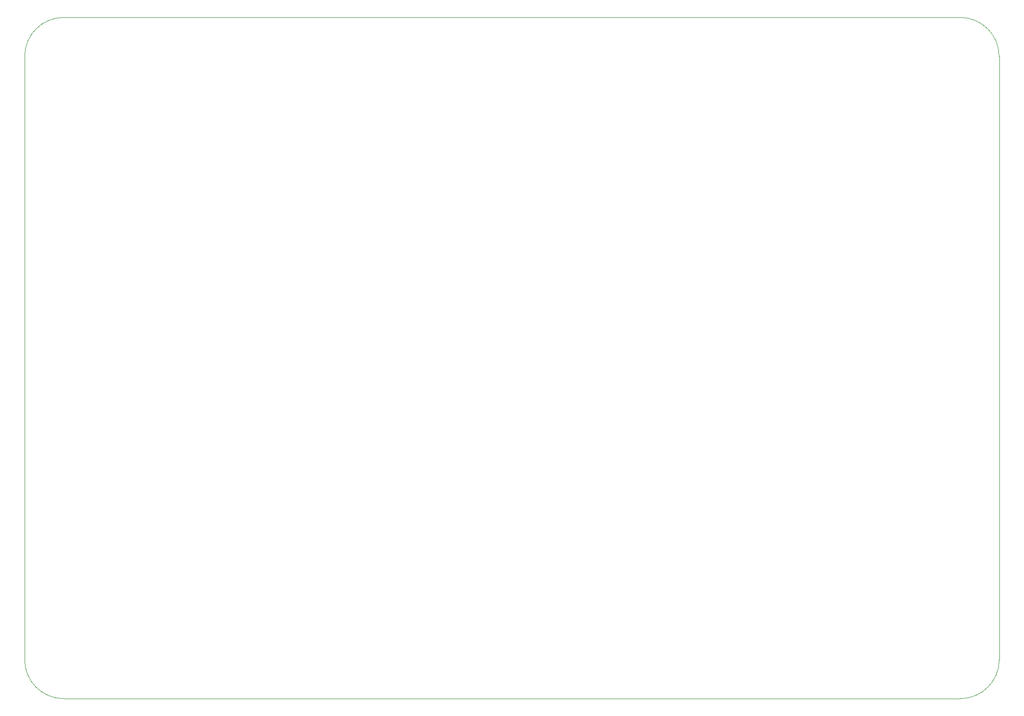
<source format=gbr>
%TF.GenerationSoftware,KiCad,Pcbnew,(7.0.0-0)*%
%TF.CreationDate,2023-07-06T19:43:53+02:00*%
%TF.ProjectId,Mstr_Controller_Board_v01,4d737472-5f43-46f6-9e74-726f6c6c6572,v01*%
%TF.SameCoordinates,Original*%
%TF.FileFunction,Profile,NP*%
%FSLAX46Y46*%
G04 Gerber Fmt 4.6, Leading zero omitted, Abs format (unit mm)*
G04 Created by KiCad (PCBNEW (7.0.0-0)) date 2023-07-06 19:43:53*
%MOMM*%
%LPD*%
G01*
G04 APERTURE LIST*
%TA.AperFunction,Profile*%
%ADD10C,0.100000*%
%TD*%
G04 APERTURE END LIST*
D10*
X223496700Y-38862000D02*
G75*
G03*
X216638662Y-32004000I-6858000J0D01*
G01*
X59459338Y-32004000D02*
X216638662Y-32004000D01*
X223496662Y-38862000D02*
X223520000Y-144780000D01*
X216662000Y-151638000D02*
X59459338Y-151638000D01*
X52601338Y-144780000D02*
X52601338Y-38862000D01*
X216662000Y-151638000D02*
G75*
G03*
X223520000Y-144780000I0J6858000D01*
G01*
X59459338Y-32003998D02*
G75*
G03*
X52601338Y-38862000I2J-6858002D01*
G01*
X52601340Y-144780000D02*
G75*
G03*
X59459338Y-151638000I6858000J0D01*
G01*
M02*

</source>
